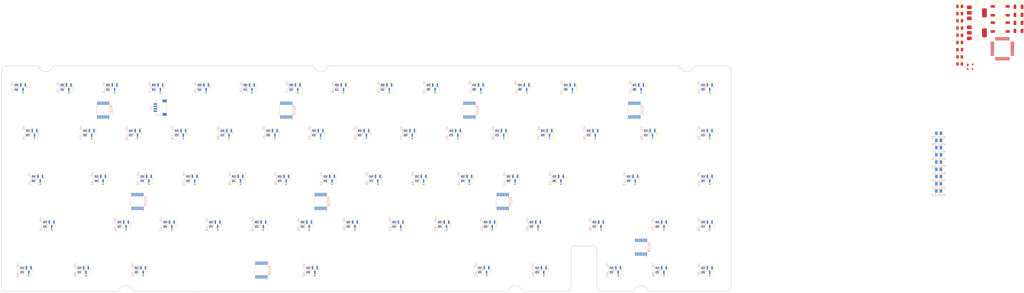
<source format=kicad_pcb>
(kicad_pcb (version 20241229) (generator "pcbnew") (generator_version "9.0")
  (layers (0 "F.Cu" signal) (2 "B.Cu" signal) (13 "F.Paste" user) (15 "B.Paste" user) (5 "F.SilkS" user "F.Silkscreen") (7 "B.SilkS" user "B.Silkscreen") (1 "F.Mask" user) (3 "B.Mask" user) (25 "Edge.Cuts" user))
  (net 0 "")
  (net 1 "+3.3V")
  (net 2 "BOOT0")
  (net 3 "Earth")
  (net 4 "+5V")
  (net 5 "NRST")
  (net 6 "+3.3VA")
  (net 7 "D-")
  (net 8 "D+")
  (net 9 "HE1")
  (net 10 "HE2")
  (net 11 "HE3")
  (net 12 "HE4")
  (net 13 "HE5")
  (net 14 "HE6")
  (net 15 "HE7")
  (net 16 "HE8")
  (net 17 "HE9")
  (net 18 "HE10")
  (net 19 "HE11")
  (net 20 "HE12")
  (net 21 "HE13")
  (net 22 "HE14")
  (net 23 "HE15")
  (net 24 "HE16")
  (net 25 "HE17")
  (net 26 "HE18")
  (net 27 "HE19")
  (net 28 "HE20")
  (net 29 "HE21")
  (net 30 "HE22")
  (net 31 "HE23")
  (net 32 "HE24")
  (net 33 "HE25")
  (net 34 "HE26")
  (net 35 "HE27")
  (net 36 "HE28")
  (net 37 "HE29")
  (net 38 "HE30")
  (net 39 "HE31")
  (net 40 "HE32")
  (net 41 "HE33")
  (net 42 "HE34")
  (net 43 "HE35")
  (net 44 "HE36")
  (net 45 "HE37")
  (net 46 "HE38")
  (net 47 "HE39")
  (net 48 "HE40")
  (net 49 "HE41")
  (net 50 "HE42")
  (net 51 "HE43")
  (net 52 "HE44")
  (net 53 "HE45")
  (net 54 "HE46")
  (net 55 "HE47")
  (net 56 "HE48")
  (net 57 "HE49")
  (net 58 "HE50")
  (net 59 "HE51")
  (net 60 "HE52")
  (net 61 "HE53")
  (net 62 "HE54")
  (net 63 "HE55")
  (net 64 "HE56")
  (net 65 "HE57")
  (net 66 "HE58")
  (net 67 "HE59")
  (net 68 "HE60")
  (net 69 "HE61")
  (net 70 "HE62")
  (net 71 "HE63")
  (net 72 "HE64")
  (net 73 "HE65")
  (net 74 "HE66")
  (net 75 "HE67")
  (net 77 "Select3")
  (net 81 "Select2")
  (net 82 "MUX1")
  (net 83 "Select1")
  (net 89 "MUX2")
  (net 102 "MUX3")
  (net 114 "MUX4")
  (net 117 "MUX5")
  (net 128 "MUX6")
  (net 140 "MUX7")
  (net 147 "MUX8")
  (net 158 "MUX9")
  (net 160 "Net-(R1-Pad2)")
  (net 183 "SWDIO")
  (net 193 "SWCLK")
  (footprint "Capacitor_SMD:C_1206_3216Metric" (layer "F.Cu") (at 493.2 30.3125)
    (property "Reference" "C11")
    (property "Value" "10uF")
  )
  (footprint "PCM_marbastlib-mx:STAB_MX_6.25u" (layer "F.Cu") (at 200.421875 133.35 180)
    (property "Reference" "S4" (hide yes))
    (property "Value" "MX_stab")
  )
  (footprint "Capacitor_SMD:C_0805_2012Metric" (layer "F.Cu") (at 468.75 32.4725)
    (property "Reference" "C4")
    (property "Value" "100nF")
  )
  (footprint "Capacitor_SMD:C_0805_2012Metric" (layer "F.Cu") (at 468.75 26.4525)
    (property "Reference" "C2")
    (property "Value" "100nF")
  )
  (footprint "Capacitor_SMD:C_0805_2012Metric" (layer "F.Cu") (at 468.75 41.5025)
    (property "Reference" "C7")
    (property "Value" "100nF")
  )
  (footprint "PCM_marbastlib-mx:STAB_MX_2.25u" (layer "F.Cu") (at 90.884375 114.3)
    (property "Reference" "S3" (hide yes))
    (property "Value" "MX_stab")
  )
  (footprint "Capacitor_SMD:C_0805_2012Metric" (layer "F.Cu") (at 468.75 38.4925)
    (property "Reference" "C6")
    (property "Value" "100nF")
  )
  (footprint "Package_TO_SOT_SMD:SOT-223-3_TabPin2" (layer "F.Cu") (at 475.9 34.4625)
    (property "Reference" "U3")
    (property "Value" "LD1117S33TR_SOT223")
  )
  (footprint "Capacitor_SMD:C_1206_3216Metric" (layer "F.Cu") (at 493.2 23.6125)
    (property "Reference" "C9")
    (property "Value" "10uF")
  )
  (footprint "PCM_marbastlib-mx:STAB_MX_2u" (layer "F.Cu") (at 336.153125 57.15)
    (property "Reference" "S1" (hide yes))
    (property "Value" "MX_stab")
  )
  (footprint "PCM_marbastlib-mx:STAB_MX_2.25u" (layer "F.Cu") (at 333.771875 95.25)
    (property "Reference" "S2" (hide yes))
    (property "Value" "MX_stab")
  )
  (footprint "Resistor_SMD:R_0805_2012Metric" (layer "F.Cu") (at 468.73 44.4825)
    (property "Reference" "R1")
    (property "Value" "5.1kΩ")
  )
  (footprint "Package_TO_SOT_SMD:SOT-143" (layer "F.Cu") (at 473.1 48.5975)
    (property "Reference" "D1")
    (property "Value" "PRTR5V0U2X")
  )
  (footprint "Package_TO_SOT_SMD:SOT-223-3_TabPin2" (layer "F.Cu") (at 475.9 26.1375)
    (property "Reference" "U2")
    (property "Value" "LD1117S33TR_SOT223")
  )
  (footprint "Capacitor_SMD:C_0805_2012Metric" (layer "F.Cu") (at 468.75 23.4425)
    (property "Reference" "C1")
    (property "Value" "100nF")
  )
  (footprint "Package_QFP:LQFP-48_7x7mm_P0.5mm" (layer "F.Cu") (at 486.5 41.1125)
    (property "Reference" "U1")
    (property "Value" "STM32F072CBTx")
  )
  (footprint "Capacitor_SMD:C_0805_2012Metric" (layer "F.Cu") (at 468.75 35.4825)
    (property "Reference" "C5")
    (property "Value" "100nF")
  )
  (footprint "PCM_marbastlib-various:SW_SPST_SKQG_WithStem" (layer "F.Cu") (at 485.6 25.3125)
    (property "Reference" "BOOT0")
    (property "Value" "SW_SPST")
  )
  (footprint "Capacitor_SMD:C_1206_3216Metric" (layer "F.Cu") (at 493.2 26.9625)
    (property "Reference" "C10")
    (property "Value" "10uF")
  )
  (footprint "Capacitor_SMD:C_1206_3216Metric" (layer "F.Cu") (at 493.2 33.6625)
    (property "Reference" "C12")
    (property "Value" "10uF")
  )
  (footprint "Capacitor_SMD:C_0805_2012Metric" (layer "F.Cu") (at 468.75 29.4625)
    (property "Reference" "C3")
    (property "Value" "100nF")
  )
  (footprint "Resistor_SMD:R_0805_2012Metric" (layer "F.Cu") (at 468.73 47.4325)
    (property "Reference" "R2")
    (property "Value" "5.1kΩ")
  )
  (footprint "PCM_marbastlib-various:SW_SPST_SKQG_WithStem" (layer "F.Cu") (at 485.6 32.0625)
    (property "Reference" "NRST1")
    (property "Value" "SW_SPST")
  )
  (footprint "PCM_marbastlib-xp-he:SW_MX_HE_90deg_1u" (layer "B.Cu") (at 293.290625 114.3)
    (property "Reference" "HE55")
    (property "Value" "SW_MX_HE")
  )
  (footprint "PCM_marbastlib-xp-he:SW_MX_HE_90deg_1u" (layer "B.Cu") (at 271.859375 133.35)
    (property "Reference" "HE63")
    (property "Value" "SW_MX_HE")
  )
  (footprint "PCM_marbastlib-xp-he:SW_MX_HE_90deg_1u" (layer "B.Cu") (at 326.628125 133.35)
    (property "Reference" "HE65")
    (property "Value" "SW_MX_HE")
  )
  (footprint "Capacitor_SMD:C_0805_2012Metric" (layer "B.Cu") (at 219.075 76.2 -90)
    (property "Reference" "HE_C23")
    (property "Value" "100nF")
  )
  (footprint "Capacitor_SMD:C_0805_2012Metric" (layer "B.Cu") (at 228.6 57.15 -90)
    (property "Reference" "HE_C9")
    (property "Value" "100nF")
  )
  (footprint "Capacitor_SMD:C_0805_2012Metric" (layer "B.Cu") (at 292.89375 133.35 -90)
    (property "Reference" "HE_C64")
    (property "Value" "100nF")
  )
  (footprint "PCM_marbastlib-xp-he:SW_MX_HE_90deg_1u" (layer "B.Cu") (at 236.140625 114.3)
    (property "Reference" "HE52")
    (property "Value" "SW_MX_HE")
  )
  (footprint "PCM_marbastlib-xp-he:SW_MX_HE_90deg_1u" (layer "B.Cu") (at 221.853125 76.2)
    (property "Reference" "HE23")
    (property "Value" "SW_MX_HE")
  )
  (footprint "PCM_marbastlib-xp-he:SW_MX_HE_90deg_1u" (layer "B.Cu") (at 333.771875 95.25)
    (property "Reference" "HE43")
    (property "Value" "SW_MX_HE")
  )
  (footprint "Capacitor_SMD:C_0805_2012Metric" (layer "B.Cu") (at 316.70625 114.3 -90)
    (property "Reference" "HE_C56")
    (property "Value" "100nF")
  )
  (footprint "Capacitor_SMD:C_0805_2012Metric" (layer "B.Cu") (at 128.5875 95.25 -90)
    (property "Reference" "HE_C33")
    (property "Value" "100nF")
  )
  (footprint "Capacitor_SMD:C_0805_2012Metric" (layer "B.Cu") (at 102.39375 133.35 -90)
    (property "Reference" "HE_C60")
    (property "Value" "100nF")
  )
  (footprint "Package_SO:TSSOP-16_4.4x5mm_P0.65mm" (layer "B.Cu") (at 178.196875 133.35 90)
    (property "Reference" "MUX9")
    (property "Value" "SN74LV4051A")
  )
  (footprint "PCM_marbastlib-xp-he:SW_MX_HE_90deg_1u" (layer "B.Cu") (at 302.815625 95.25)
    (property "Reference" "HE42")
    (property "Value" "SW_MX_HE")
  )
  (footprint "PCM_marbastlib-xp-he:SW_MX_HE_90deg_1u" (layer "B.Cu") (at 269.478125 57.15)
    (property "Reference" "HE11")
    (property "Value" "SW_MX_HE")
  )
  (footprint "PCM_marbastlib-xp-he:SW_MX_HE_90deg_1u" (layer "B.Cu") (at 207.565625 95.25)
    (property "Reference" "HE37")
    (property "Value" "SW_MX_HE")
  )
  (footprint "Capacitor_SMD:C_0805_2012Metric" (layer "B.Cu") (at 157.1625 114.3 -90)
    (property "Reference" "HE_C48")
    (property "Value" "100nF")
  )
  (footprint "PCM_marbastlib-xp-he:SW_MX_HE_90deg_1u" (layer "B.Cu") (at 307.578125 57.15)
    (property "Reference" "HE13")
    (property "Value" "SW_MX_HE")
  )
  (footprint "Capacitor_SMD:C_0805_2012Metric" (layer "B.Cu") (at 147.6375 95.25 -90)
    (property "Reference" "HE_C34")
    (property "Value" "100nF")
  )
  (footprint "PCM_marbastlib-xp-he:SW_MX_HE_90deg_1u" (layer "B.Cu") (at 212.328125 57.15)
    (property "Reference" "HE8")
    (property "Value" "SW_MX_HE")
  )
  (footprint "Package_SO:TSSOP-16_4.4x5mm_P0.65mm" (layer "B.Cu") (at 264.715625 66.675 90)
    (property "Reference" "MUX3")
    (property "Value" "SN74LV4051A")
  )
  (footprint "PCM_marbastlib-xp-he:SW_MX_HE_90deg_1u" (layer "B.Cu") (at 345.678125 114.3)
    (property "Reference" "HE57")
    (property "Value" "SW_MX_HE")
  )
  (footprint "Capacitor_SMD:C_0805_2012Metric" (layer "B.Cu") (at 459.978125 82.349375)
    (property "Reference" "MUX_C7")
    (property "Value" "100nF")
  )
  (footprint "PCM_marbastlib-xp-he:SW_MX_HE_90deg_1u" (layer "B.Cu") (at 128.984375 133.35)
    (property "Reference" "HE61")
    (property "Value" "SW_MX_HE")
  )
  (footprint "Capacitor_SMD:C_0805_2012Metric" (layer "B.Cu") (at 78.58125 133.35 -90)
    (property "Reference" "HE_C59")
    (property "Value" "100nF")
  )
  (footprint "PCM_marbastlib-xp-he:SW_MX_HE_90deg_1u" (layer "B.Cu") (at 336.153125 57.15)
    (property "Reference" "HE14")
    (property "Value" "SW_MX_HE")
  )
  (footprint "PCM_marbastlib-xp-he:SW_MX_HE_90deg_1u" (layer "B.Cu") (at 245.665625 95.25)
    (property "Reference" "HE39")
    (property "Value" "SW_MX_HE")
  )
  (footprint "Capacitor_SMD:C_0805_2012Metric" (layer "B.Cu") (at 269.08125 133.35 -90)
    (property "Reference" "HE_C63")
    (property "Value" "100nF")
  )
  (footprint "Package_SO:TSSOP-16_4.4x5mm_P0.65mm" (layer "B.Cu") (at 336.153125 123.825 90)
    (property "Reference" "MUX8")
    (property "Value" "SN74LV4051A")
  )
  (footprint "Capacitor_SMD:C_0805_2012Metric" (layer "B.Cu") (at 242.8875 95.25 -90)
    (property "Reference" "HE_C39")
    (property "Value" "100nF")
  )
  (footprint "Capacitor_SMD:C_0805_2012Metric" (layer "B.Cu") (at 233.3625 114.3 -90)
    (property "Reference" "HE_C52")
    (property "Value" "100nF")
  )
  (footprint "Capacitor_SMD:C_0805_2012Metric" (layer "B.Cu") (at 459.978125 85.359375)
    (property "Reference" "MUX_C6")
    (property "Value" "100nF")
  )
  (footprint "Capacitor_SMD:C_0805_2012Metric" (layer "B.Cu") (at 333.375 57.15 -90)
    (property "Reference" "HE_C14")
    (property "Value" "100nF")
  )
  (footprint "Capacitor_SMD:C_0805_2012Metric" (layer "B.Cu") (at 266.7 57.15 -90)
    (property "Reference" "HE_C11")
    (property "Value" "100nF")
  )
  (footprint "Capacitor_SMD:C_0805_2012Metric" (layer "B.Cu") (at 361.95 95.25 -90)
    (property "Reference" "HE_C44")
    (property "Value" "100nF")
  )
  (footprint "Capacitor_SMD:C_0805_2012Metric" (layer "B.Cu") (at 114.3 57.15 -90)
    (property "Reference" "HE_C3")
    (property "Value" "100nF")
  )
  (footprint "Package_SO:TSSOP-16_4.4x5mm_P0.65mm" (layer "B.Cu") (at 278.60625 104.775 90)
    (property "Reference" "MUX7")
    (property "Value" "SN74LV4051A")
  )
  (footprint "Capacitor_SMD:C_0805_2012Metric" (layer "B.Cu") (at 342.9 133.35 -90)
    (property "Reference" "HE_C66")
    (property "Value" "100nF")
  )
  (footprint "Capacitor_SMD:C_0805_2012Metric" (layer "B.Cu") (at 80.9625 76.2 -90)
    (property "Reference" "HE_C16")
    (property "Value" "100nF")
  )
  (footprint "Capacitor_SMD:C_0805_2012Metric" (layer "B.Cu") (at 180.975 76.2 -90)
    (property "Reference" "HE_C21")
    (property "Value" "100nF")
  )
  (footprint "PCM_marbastlib-xp-he:SW_MX_HE_90deg_1u" (layer "B.Cu") (at 364.728125 57.15)
    (property "Reference" "HE15")
    (property "Value" "SW_MX_HE")
  )
  (footprint "PCM_marbastlib-xp-he:SW_MX_HE_90deg_1u" (layer "B.Cu") (at 288.528125 57.15)
    (property "Reference" "HE12")
    (property "Value" "SW_MX_HE")
  )
  (footprint "Connector_JST:JST_SH_SM04B-SRSS-TB_1x04-1MP_P1.00mm_Horizontal" (layer "B.Cu") (at 136.028125 65.654 -90)
    (property "Reference" "J1")
    (property "Value" "Conn_01x04")
  )
  (footprint "Capacitor_SMD:C_0805_2012Metric" (layer "B.Cu") (at 280.9875 95.25 -90)
    (property "Reference" "HE_C41")
    (property "Value" "100nF")
  )
  (footprint "Capacitor_SMD:C_0805_2012Metric" (layer "B.Cu") (at 304.8 57.15 -90)
    (property "Reference" "HE_C13")
    (property "Value" "100nF")
  )
  (footprint "Capacitor_SMD:C_0805_2012Metric" (layer "B.Cu") (at 361.95 76.2 -90)
    (property "Reference" "HE_C30")
    (property "Value" "100nF")
  )
  (footprint "PCM_marbastlib-xp-he:SW_MX_HE_90deg_1u" (layer "B.Cu") (at 121.840625 114.3)
    (property "Reference" "HE46")
    (property "Value" "SW_MX_HE")
  )
  (footprint "PCM_marbastlib-xp-he:SW_MX_HE_90deg_1u" (layer "B.Cu") (at 264.715625 95.25)
    (property "Reference" "HE40")
    (property "Value" "SW_MX_HE")
  )
  (footprint "Capacitor_SMD:C_0805_2012Metric" (layer "B.Cu") (at 361.95 133.35 -90)
    (property "Reference" "HE_C67")
    (property "Value" "100nF")
  )
  (footprint "Capacitor_SMD:C_0805_2012Metric" (layer "B.Cu") (at 361.95 57.15 -90)
    (property "Reference" "HE_C15")
    (property "Value" "100nF")
  )
  (footprint "Capacitor_SMD:C_0805_2012Metric" (layer "B.Cu") (at 138.1125 114.3 -90)
    (property "Reference" "HE_C47")
    (property "Value" "100nF")
  )
  (footprint "PCM_marbastlib-xp-he:SW_MX_HE_90deg_1u" (layer "B.Cu") (at 295.671875 133.35)
    (property "Reference" "HE64")
    (property "Value" "SW_MX_HE")
  )
  (footprint "PCM_marbastlib-xp-he:SW_MX_HE_90deg_1u" (layer "B.Cu") (at 140.890625 114.3)
    (property "Reference" "HE47")
    (property "Value" "SW_MX_HE")
  )
  (footprint "PCM_marbastlib-xp-he:SW_MX_HE_90deg_1u" (layer "B.Cu") (at 155.178125 57.15)
    (property "Reference" "HE5")
    (property "Value" "SW_MX_HE")
  )
  (footprint "PCM_marbastlib-xp-he:SW_MX_HE_90deg_1u" (layer "B.Cu") (at 193.278125 57.15)
    (property "Reference" "HE7")
    (property "Value" "SW_MX_HE")
  )
  (footprint "Capacitor_SMD:C_0805_2012Metric" (layer "B.Cu") (at 200.025 76.2 -90)
    (property "Reference" "HE_C22")
    (property "Value" "100nF")
  )
  (footprint "Capacitor_SMD:C_0805_2012Metric" (layer "B.Cu") (at 314.325 76.2 -90)
    (property "Reference" "HE_C28")
    (property "Value" "100nF")
  )
  (footprint "Capacitor_SMD:C_0805_2012Metric" (layer "B.Cu") (at 459.978125 91.379375)
    (property "Reference" "MUX_C4")
    (property "Value" "100nF")
  )
  (footprint "Package_SO:TSSOP-16_4.4x5mm_P0.65mm" (layer "B.Cu") (at 333.375 66.675 90)
    (property "Reference" "MUX4")
    (property "Value" "SN74LV4051A")
  )
  (footprint "Capacitor_SMD:C_0805_2012Metric" (layer "B.Cu") (at 185.7375 95.25 -90)
    (property "Reference" "HE_C36")
    (property "Value" "100nF")
  )
  (footprint "Capacitor_SMD:C_0805_2012Metric" (layer "B.Cu") (at 195.2625 114.3 -90)
    (property "Reference" "HE_C50")
    (property "Value" "100nF")
  )
  (footprint "PCM_marbastlib-xp-he:SW_MX_HE_90deg_1u" (layer "B.Cu") (at 255.190625 114.3)
    (property "Reference" "HE53")
    (property "Value" "SW_MX_HE")
  )
  (footprint "PCM_marbastlib-xp-he:SW_MX_HE_90deg_1u" (layer "B.Cu") (at 200.421875 133.35)
    (property "Reference" "HE62")
    (property "Value" "SW_MX_HE")
  )
  (footprint "PCM_marbastlib-xp-he:SW_MX_HE_90deg_1u" (layer "B.Cu") (at 117.078125 57.15)
    (property "Reference" "HE3")
    (property "Value" "SW_MX_HE")
  )
  (footprint "PCM_marbastlib-xp-he:SW_MX_HE_90deg_1u" (layer "B.Cu") (at 105.171875 133.35)
    (property "Reference" "HE60")
    (property "Value" "SW_MX_HE")
  )
  (footprint "Capacitor_SMD:C_0805_2012Metric" (layer "B.Cu") (at 247.65 57.15 -90)
    (property "Reference" "HE_C10")
    (property "Value" "100nF")
  )
  (footprint "PCM_marbastlib-xp-he:SW_MX_HE_90deg_1u" (layer "B.Cu") (at 231.378125 57.15)
    (property "Reference" "HE9")
    (property "Value" "SW_MX_HE")
  )
  (footprint "Capacitor_SMD:C_0805_2012Metric" (layer "B.Cu") (at 88.10625 114.3 -90)
    (property "Reference" "HE_C45")
    (property "Value" "100nF")
  )
  (footprint "Capacitor_SMD:C_0805_2012Metric" (layer "B.Cu") (at 214.3125 114.3 -90)
    (property "Reference" "HE_C51")
    (property "Value" "100nF")
  )
  (footprint "PCM_marbastlib-xp-he:SW_MX_HE_90deg_1u" (layer "B.Cu") (at 364.728125 76.2)
    (property "Reference" "HE30")
    (property "Value" "SW_MX_HE")
  )
  (footprint "PCM_marbastlib-xp-he:SW_MX_HE_90deg_1u" (layer "B.Cu") (at 126.603125 76.2)
    (property "Reference" "HE18")
    (property "Value" "SW_MX_HE")
  )
  (footprint "PCM_marbastlib-xp-he:SW_MX_HE_90deg_1u" (layer "B.Cu") (at 317.103125 76.2)
    (property "Reference" "HE28")
    (property "Value" "SW_MX_HE")
  )
  (footprint "Package_SO:TSSOP-16_4.4x5mm_P0.65mm" (layer "B.Cu") (at 202.803125 104.775 90)
    (property "Reference" "MUX6")
    (property "Value" "SN74LV4051A")
  )
  (footprint "Capacitor_SMD:C_0805_2012Metric" (layer "B.Cu") (at 459.978125 100.409375)
    (property "Reference" "MUX_C1")
    (property "Value" "100nF")
  )
  (footprint "Capacitor_SMD:C_0805_2012Metric" (layer "B.Cu") (at 257.175 76.2 -90)
    (property "Reference" "HE_C25")
    (property "Value" "100nF")
  )
  (footprint "PCM_marbastlib-xp-he:SW_MX_HE_90deg_1u" (layer "B.Cu") (at 159.940625 114.3)
    (property "Reference" "HE48")
    (property "Value" "SW_MX_HE")
  )
  (footprint "Capacitor_SMD:C_0805_2012Metric" (layer "B.Cu") (at 83.34375 95.25 -90)
    (property "Reference" "HE_C31")
    (property "Value" "100nF")
  )
  (footprint "Capacitor_SMD:C_0805_2012Metric" (layer "B.Cu") (at 330.99375 95.25 -90)
    (property "Reference" "HE_C43")
    (property "Value" "100nF")
  )
  (footprint "Capacitor_SMD:C_0805_2012Metric" (layer "B.Cu") (at 152.4 57.15 -90)
    (property "Reference" "HE_C5")
    (property "Value" "100nF")
  )
  (footprint "Capacitor_SMD:C_0805_2012Metric" (layer "B.Cu") (at 176.2125 114.3 -90)
    (property "Reference" "HE_C49")
    (property "Value" "100nF")
  )
  (footprint "PCM_marbastlib-xp-he:SW_MX_HE_90deg_1u" (layer "B.Cu") (at 188.515625 95.25)
    (property "Reference" "HE36")
    (property "Value" "SW_MX_HE")
  )
  (footprint "PCM_marbastlib-xp-he:SW_MX_HE_90deg_1u" (layer "B.Cu") (at 202.803125 76.2)
    (property "Reference" "HE22")
    (property "Value" "SW_MX_HE")
  )
  (footprint "Capacitor_SMD:C_0805_2012Metric" (layer "B.Cu") (at 276.225 76.2 -90)
    (property "Reference" "HE_C26")
    (property "Value" "100nF")
  )
  (footprint "PCM_marbastlib-xp-he:SW_MX_HE_90deg_1u" (layer "B.Cu") (at 136.128125 57.15)
    (property "Reference" "HE4")
    (property "Value" "SW_MX_HE")
  )
  (footprint "PCM_marbastlib-xp-he:SW_MX_HE_90deg_1u" (layer "B.Cu") (at 98.028125 57.15)
    (property "Reference" "HE2")
    (property "Value" "SW_MX_HE")
  )
  (footprint "Capacitor_SMD:C_0805_2012Metric" (layer "B.Cu") (at 109.5375 95.25 -90)
    (property "Reference" "HE_C32")
    (property "Value" "100nF")
  )
  (footprint "Capacitor_SMD:C_0805_2012Metric" (layer "B.Cu") (at 76.2 57.15 -90)
    (property "Reference" "HE_C1")
    (property "Value" "100nF")
  )
  (footprint "PCM_marbastlib-xp-he:SW_MX_HE_90deg_1u" (layer "B.Cu") (at 240.903125 76.2)
    (property "Reference" "HE24")
    (property "Value" "SW_MX_HE")
  )
  (footprint "Capacitor_SMD:C_0805_2012Metric" (layer "B.Cu") (at 361.95 114.3 -90)
    (property "Reference" "HE_C58")
    (property "Value" "100nF")
  )
  (footprint "Capacitor_SMD:C_0805_2012Metric" (layer "B.Cu") (at 323.85 133.35 -90)
    (property "Reference" "HE_C65")
    (property "Value" "100nF")
  )
  (footprint "Capacitor_SMD:C_0805_2012Metric" (layer "B.Cu") (at 190.5 57.15 -90)
    (property "Reference" "HE_C7")
    (property "Value" "100nF")
  )
  (footprint "PCM_marbastlib-xp-he:SW_MX_HE_90deg_1u" (layer "B.Cu") (at 78.978125 57.15)
    (property "Reference" "HE1")
    (property "Value" "SW_MX_HE")
  )
  (footprint "PCM_marbastlib-xp-he:SW_MX_HE_90deg_1u" (layer "B.Cu") (at 259.953125 76.2)
    (property "Reference" "HE25")
    (property "Value" "SW_MX_HE")
  )
  (footprint "PCM_marbastlib-xp-he:SW_MX_HE_90deg_1u" (layer "B.Cu") (at 107.553125 76.2)
    (property "Reference" "HE17")
    (property "Value" "SW_MX_HE")
  )
  (footprint "PCM_marbastlib-xp-he:SW_MX_HE_90deg_1u" (layer "B.Cu") (at 274.240625 114.3)
    (property "Reference" "HE54")
    (property "Value" "SW_MX_HE")
  )
  (footprint "PCM_marbastlib-xp-he:SW_MX_HE_90deg_1u" (layer "B.Cu") (at 164.703125 76.2)
    (property "Reference" "HE20")
    (property "Value" "SW_MX_HE")
  )
  (footprint "Capacitor_SMD:C_0805_2012Metric" (layer "B.Cu") (at 271.4625 114.3 -90)
    (property "Reference" "HE_C54")
    (property "Value" "100nF")
  )
  (footprint "PCM_marbastlib-xp-he:SW_MX_HE_90deg_1u" (layer "B.Cu") (at 81.359375 133.35)
    (property "Reference" "HE59")
    (property "Value" "SW_MX_HE")
  )
  (footprint "PCM_marbastlib-xp-he:SW_MX_HE_90deg_1u" (layer "B.Cu") (at 183.753125 76.2)
    (property "Reference" "HE21")
    (property "Value" "SW_MX_HE")
  )
  (footprint "Capacitor_SMD:C_0805_2012Metric" (layer "B.Cu") (at 238.125 76.2 -90)
    (property "Reference" "HE_C24")
    (property "Value" "100nF")
  )
  (footprint "PCM_marbastlib-xp-he:SW_MX_HE_90deg_1u" (layer "B.Cu") (at 364.728125 95.25)
    (property "Reference" "HE44")
    (property "Value" "SW_MX_HE")
  )
  (footprint "PCM_marbastlib-xp-he:SW_MX_HE_90deg_1u" (layer "B.Cu") (at 178.990625 114.3)
    (property "Reference" "HE49")
    (property "Value" "SW_MX_HE")
  )
  (footprint "Capacitor_SMD:C_0805_2012Metric" (layer "B.Cu") (at 300.0375 95.25 -90)
    (property "Reference" "HE_C42")
    (property "Value" "100nF")
  )
  (footprint "Capacitor_SMD:C_0805_2012Metric" (layer "B.Cu") (at 459.978125 94.389375)
    (property "Reference" "MUX_C3")
    (property "Value" "100nF")
  )
  (footprint "PCM_marbastlib-xp-he:SW_MX_HE_90deg_1u" (layer "B.Cu") (at 90.884375 114.3)
    (property "Reference" "HE45")
    (property "Value" "SW_MX_HE")
  )
  (footprint "Capacitor_SMD:C_0805_2012Metric" (layer "B.Cu") (at 95.25 57.15 -90)
    (property "Reference" "HE_C2")
    (property "Value" "100nF")
  )
  (footprint "Capacitor_SMD:C_0805_2012Metric" (layer "B.Cu") (at 161.925 76.2 -90)
    (property "Reference" "HE_C20")
    (property "Value" "100nF")
  )
  (footprint "Capacitor_SMD:C_0805_2012Metric" (layer "B.Cu") (at 166.6875 95.25 -90)
    (property "Reference" "HE_C35")
    (property "Value" "100nF")
  )
  (footprint "PCM_marbastlib-xp-he:SW_MX_HE_90deg_1u" (layer "B.Cu") (at 250.428125 57.15)
    (property "Reference" "HE10")
    (property "Value" "SW_MX_HE")
  )
  (footprint "Capacitor_SMD:C_0805_2012Metric" (layer "B.Cu") (at 285.75 57.15 -90)
    (property "Reference" "HE_C12")
    (property "Value" "100nF")
  )
  (footprint "PCM_marbastlib-xp-he:SW_MX_HE_90deg_1u" (layer "B.Cu") (at 364.728125 114.3)
    (property "Reference" "HE58")
    (property "Value" "SW_MX_HE")
  )
  (footprint "PCM_marbastlib-xp-he:SW_MX_HE_90deg_1u" (layer "B.Cu") (at 83.740625 76.2)
    (property "Reference" "HE16")
    (property "Value" "SW_MX_HE")
  )
  (footprint "Capacitor_SMD:C_0805_2012Metric" (layer "B.Cu") (at 295.275 76.2 -90)
    (property "Reference" "HE_C27")
    (property "Value" "100nF")
  )
  (footprint "Capacitor_SMD:C_0805_2012Metric" (layer "B.Cu") (at 126.20625 133.35 -90)
    (property "Reference" "HE_C61")
    (property "Value" "100nF")
  )
  (footprint "PCM_marbastlib-xp-he:SW_MX_HE_90deg_1u" (layer "B.Cu") (at 174.228125 57.15)
    (property "Reference" "HE6")
    (property "Value" "SW_MX_HE")
  )
  (footprint "PCM_marbastlib-xp-he:SW_MX_HE_90deg_1u" (layer "B.Cu") (at 340.915625 76.2)
    (property "Reference" "HE29")
    (property "Value" "SW_MX_HE")
  )
  (footprint "Capacitor_SMD:C_0805_2012Metric" (layer "B.Cu") (at 119.0625 114.3 -90)
    (property "Reference" "HE_C46")
    (property "Value" "100nF")
  )
  (footprint "Capacitor_SMD:C_0805_2012Metric" (layer "B.Cu") (at 290.5125 114.3 -90)
    (property "Reference" "HE_C55")
    (property "Value" "100nF")
  )
  (footprint "Capacitor_SMD:C_0805_2012Metric" (layer "B.Cu") (at 459.978125 88.369375)
    (property "Reference" "MUX_C5")
    (property "Value" "100nF")
  )
  (footprint "Package_SO:TSSOP-16_4.4x5mm_P0.65mm" (layer "B.Cu") (at 126.603125 104.775 90)
    (property "Reference" "MUX5")
    (property "Value" "SN74LV4051A")
  )
  (footprint "Package_SO:TSSOP-16_4.4x5mm_P0.65mm" (layer "B.Cu") (at 112.315625 66.675 90)
    (property "Reference" "MUX1")
    (property "Value" "SN74LV4051A")
  )
  (footprint "Capacitor_SMD:C_0805_2012Metric" (layer "B.Cu") (at 342.9 114.3 -90)
    (property "Reference" "HE_C57")
    (property "Value" "100nF")
  )
  (footprint "Capacitor_SMD:C_0805_2012Metric" (layer "B.Cu") (at 142.875 76.2 -90)
    (property "Reference" "HE_C19")
    (property "Value" "100nF")
  )
  (footprint "PCM_marbastlib-xp-he:SW_MX_HE_90deg_1u" (layer "B.Cu") (at 279.003125 76.2)
    (property "Reference" "HE26")
    (property "Value" "SW_MX_HE")
  )
  (footprint "PCM_marbastlib-xp-he:SW_MX_HE_90deg_1u" (layer "B.Cu") (at 226.615625 95.25)
    (property "Reference" "HE38")
    (property "Value" "SW_MX_HE")
  )
  (footprint "Capacitor_SMD:C_0805_2012Metric" (layer "B.Cu") (at 223.8375 95.25 -90)
    (property "Reference" "HE_C38")
    (property "Value" "100nF")
  )
  (footprint "Capacitor_SMD:C_0805_2012Metric" (layer "B.Cu") (at 209.55 57.15 -90)
    (property "Reference" "HE_C8")
    (property "Value" "100nF")
  )
  (footprint "PCM_marbastlib-xp-he:SW_MX_HE_90deg_1u" (layer "B.Cu") (at 131.365625 95.25)
    (property "Reference" "HE33")
    (property "Value" "SW_MX_HE")
  )
  (footprint "PCM_marbastlib-xp-he:SW_MX_HE_90deg_1u" (layer "B.Cu") (at 145.653125 76.2)
    (property "Reference" "HE19")
    (property "Value" "SW_MX_HE")
  )
  (footprint "Package_SO:TSSOP-16_4.4x5mm_P0.65mm" (layer "B.Cu") (at 188.515625 66.675 90)
    (property "Reference" "MUX2")
    (property "Value" "SN74LV4051A")
  )
  (footprint "Capacitor_SMD:C_0805_2012Metric" (layer "B.Cu") (at 459.978125 97.399375)
    (property "Reference" "MUX_C2")
    (property "Value" "100nF")
  )
  (footprint "PCM_marbastlib-xp-he:SW_MX_HE_90deg_1u" (layer "B.Cu") (at 112.315625 95.25)
    (property "Reference" "HE32")
    (property "Value" "SW_MX_HE")
  )
  (footprint "Capacitor_SMD:C_0805_2012Metric" (layer "B.Cu") (at 338.1375 76.2 -90)
    (property "Reference" "HE_C29")
    (property "Value" "100nF")
  )
  (footprint "Capacitor_SMD:C_0805_2012Metric" (layer "B.Cu") (at 123.825 76.2 -90)
    (property "Reference" "HE_C18")
    (property "Value" "100nF")
  )
  (footprint "PCM_marbastlib-xp-he:SW_MX_HE_90deg_1u" (layer "B.Cu") (at 345.678125 133.35)
    (property "Reference" "HE66")
    (property "Value" "SW_MX_HE")
  )
  (footprint "Capacitor_SMD:C_0805_2012Metric" (layer "B.Cu") (at 459.978125 79.339375)
    (property "Reference" "MUX_C8")
    (property "Value" "100nF")
  )
  (footprint "PCM_marbastlib-xp-he:SW_MX_HE_90deg_1u" (layer "B.Cu") (at 86.121875 95.25)
    (property "Reference" "HE31")
    (property "Value" "SW_MX_HE")
  )
  (footprint "PCM_marbastlib-xp-he:SW_MX_HE_90deg_1u" (layer "B.Cu") (at 364.728125 133.35)
    (property "Reference" "HE67")
    (property "Value" "SW_MX_HE")
  )
  (footprint "PCM_marbastlib-xp-he:SW_MX_HE_90deg_1u" (layer "B.Cu") (at 150.415625 95.25)
    (property "Reference" "HE34")
    (property "Value" "SW_MX_HE")
  )
  (footprint "Capacitor_SMD:C_0805_2012Metric" (layer "B.Cu") (at 252.4125 114.3 -90)
    (property "Reference" "HE_C53")
    (property "Value" "100nF")
  )
  (footprint "PCM_marbastlib-xp-he:SW_MX_HE_90deg_1u" (layer "B.Cu") (at 217.090625 114.3)
    (property "Reference" "HE51")
    (property "Value" "SW_MX_HE")
  )
  (footprint "Capacitor_SMD:C_0805_2012Metric" (layer "B.Cu") (at 104.775 76.2 -90)
    (property "Reference" "HE_C17")
    (property "Value" "100nF")
  )
  (footprint "Capacitor_SMD:C_0805_2012Metric" (layer "B.Cu") (at 133.35 57.15 -90)
    (property "Reference" "HE_C4")
    (property "Value" "100nF")
  )
  (footprint "Capacitor_SMD:C_0805_2012Metric" (layer "B.Cu") (at 204.7875 95.25 -90)
    (property "Reference" "HE_C37")
    (property "Value" "100nF")
  )
  (footprint "Capacitor_SMD:C_0805_2012Metric" (layer "B.Cu") (at 171.45 57.15 -90)
    (property "Reference" "HE_C6")
    (property "Value" "100nF")
  )
  (footprint "Capacitor_SMD:C_0805_2012Metric" (layer "B.Cu") (at 459.978125 76.329375)
    (property "Reference" "MUX_C9")
    (property "Value" "100nF")
  )
  (footprint "PCM_marbastlib-xp-he:SW_MX_HE_90deg_1u" (layer "B.Cu") (at 169.465625 95.25)
    (property "Reference" "HE35")
    (property "Value" "SW_MX_HE")
  )
  (footprint "PCM_marbastlib-xp-he:SW_MX_HE_90deg_1u" (layer "B.Cu") (at 319.484375 114.3)
    (property "Reference" "HE56")
    (property "Value" "SW_MX_HE")
  )
  (footprint "Capacitor_SMD:C_0805_2012Metric" (layer "B.Cu") (at 261.9375 95.25 -90)
    (property "Reference" "HE_C40")
    (property "Value" "100nF")
  )
  (footprint "PCM_marbastlib-xp-he:SW_MX_HE_90deg_1u" (layer "B.Cu") (at 198.040625 114.3)
    (property "Reference" "HE50")
    (property "Value" "SW_MX_HE")
  )
  (footprint "PCM_marbastlib-xp-he:SW_MX_HE_90deg_1u" (layer "B.Cu") (at 298.053125 76.2)
    (property "Reference" "HE27")
    (property "Value" "SW_MX_HE")
  )
  (footprint "PCM_marbastlib-xp-he:SW_MX_HE_90deg_1u" (layer "B.Cu") (at 283.765625 95.25)
    (property "Reference" "HE41")
    (property "Value" "SW_MX_HE")
  )
  (footprint "Capacitor_SMD:C_0805_2012Metric" (layer "B.Cu") (at 197.64375 133.35 -90)
    (property "Reference" "HE_C62")
    (property "Value" "100nF")
  )
  (gr_line (start 371.478125 142.35) (end 340.27623 142.35) (stroke (width 0.2)) (layer "Edge.Cuts"))
  (gr_line (start 117.717519 142.35) (end 72.228125 142.35) (stroke (width 0.2)) (layer "Edge.Cuts"))
  (gr_line (start 308.303125 123.3) (end 316.378125 123.3) (stroke (width 0.2)) (layer "Edge.Cuts"))
  (gr_arc (start 205.596196 48.956452) (mid 206.148517 48.367364) (end 206.92623 48.15) (stroke (width 0.2)) (layer "Edge.Cuts"))
  (gr_arc (start 333.360054 141.543548) (mid 336.153125 139.85) (end 338.946196 141.543549) (stroke (width 0.2)) (layer "Edge.Cuts"))
  (gr_arc (start 351.080019 48.15) (mid 351.857735 48.367359) (end 352.410053 48.956452) (stroke (width 0.2)) (layer "Edge.Cuts"))
  (gr_arc (start 287.888731 142.35) (mid 287.111015 142.132641) (end 286.558696 141.543549) (stroke (width 0.2)) (layer "Edge.Cuts"))
  (gr_arc (start 373.728125 140.1) (mid 373.069115 141.69099) (end 371.478125 142.35) (stroke (width 0.2)) (layer "Edge.Cuts"))
  (gr_arc (start 340.276231 142.35) (mid 339.498515 142.132641) (end 338.946196 141.543549) (stroke (width 0.2)) (layer "Edge.Cuts"))
  (gr_arc (start 333.360053 141.543548) (mid 332.807732 142.132636) (end 332.030019 142.35) (stroke (width 0.2)) (layer "Edge.Cuts"))
  (gr_arc (start 280.972553 141.543548) (mid 280.420232 142.132636) (end 279.642519 142.35) (stroke (width 0.2)) (layer "Edge.Cuts"))
  (gr_arc (start 198.680019 48.15) (mid 199.457735 48.367359) (end 200.010053 48.956452) (stroke (width 0.2)) (layer "Edge.Cuts"))
  (gr_line (start 332.030019 142.35) (end 319.878125 142.35) (stroke (width 0.2)) (layer "Edge.Cuts"))
  (gr_arc (start 69.978125 50.4) (mid 70.637135 48.80901) (end 72.228125 48.15) (stroke (width 0.2)) (layer "Edge.Cuts"))
  (gr_arc (start 91.296197 48.956452) (mid 88.503125 50.650001) (end 85.710053 48.956452) (stroke (width 0.2)) (layer "Edge.Cuts"))
  (gr_line (start 198.680019 48.15) (end 92.62623 48.15) (stroke (width 0.2)) (layer "Edge.Cuts"))
  (gr_arc (start 280.972554 141.543548) (mid 283.765625 139.85) (end 286.558696 141.543549) (stroke (width 0.2)) (layer "Edge.Cuts"))
  (gr_arc (start 125.963731 142.35) (mid 125.186015 142.132641) (end 124.633696 141.543549) (stroke (width 0.2)) (layer "Edge.Cuts"))
  (gr_line (start 69.978125 140.1) (end 69.978125 50.4) (stroke (width 0.2)) (layer "Edge.Cuts"))
  (gr_line (start 371.478125 48.15) (end 359.32623 48.15) (stroke (width 0.2)) (layer "Edge.Cuts"))
  (gr_line (start 279.642519 142.35) (end 125.96373 142.35) (stroke (width 0.2)) (layer "Edge.Cuts"))
  (gr_line (start 351.080019 48.15) (end 206.92623 48.15) (stroke (width 0.2)) (layer "Edge.Cuts"))
  (gr_arc (start 357.996197 48.956452) (mid 355.203125 50.650001) (end 352.410053 48.956452) (stroke (width 0.2)) (layer "Edge.Cuts"))
  (gr_arc (start 72.228125 142.35) (mid 70.637135 141.69099) (end 69.978125 140.1) (stroke (width 0.2)) (layer "Edge.Cuts"))
  (gr_arc (start 357.996196 48.956452) (mid 358.548517 48.367364) (end 359.32623 48.15) (stroke (width 0.2)) (layer "Edge.Cuts"))
  (gr_arc (start 371.478125 48.15) (mid 373.069115 48.80901) (end 373.728125 50.4) (stroke (width 0.2)) (layer "Edge.Cuts"))
  (gr_arc (start 307.053125 140.1) (mid 306.394115 141.69099) (end 304.803125 142.35) (stroke (width 0.2)) (layer "Edge.Cuts"))
  (gr_arc (start 119.047554 141.543548) (mid 121.840625 139.85) (end 124.633696 141.543549) (stroke (width 0.2)) (layer "Edge.Cuts"))
  (gr_line (start 304.803125 142.35) (end 287.88873 142.35) (stroke (width 0.2)) (layer "Edge.Cuts"))
  (gr_arc (start 307.053125 124.55) (mid 307.419242 123.666117) (end 308.303125 123.3) (stroke (width 0.2)) (layer "Edge.Cuts"))
  (gr_arc (start 316.378125 123.3) (mid 317.262008 123.666117) (end 317.628125 124.55) (stroke (width 0.2)) (layer "Edge.Cuts"))
  (gr_arc (start 319.878125 142.35) (mid 318.287135 141.69099) (end 317.628125 140.1) (stroke (width 0.2)) (layer "Edge.Cuts"))
  (gr_line (start 373.728125 140.1) (end 373.728125 50.4) (stroke (width 0.2)) (layer "Edge.Cuts"))
  (gr_line (start 84.380019 48.15) (end 72.228125 48.15) (stroke (width 0.2)) (layer "Edge.Cuts"))
  (gr_line (start 307.053125 124.55) (end 307.053125 140.1) (stroke (width 0.2)) (layer "Edge.Cuts"))
  (gr_arc (start 205.596197 48.956452) (mid 202.803125 50.650001) (end 200.010053 48.956452) (stroke (width 0.2)) (layer "Edge.Cuts"))
  (gr_arc (start 91.296196 48.956452) (mid 91.848517 48.367364) (end 92.62623 48.15) (stroke (width 0.2)) (layer "Edge.Cuts"))
  (gr_line (start 317.628125 124.55) (end 317.628125 140.1) (stroke (width 0.2)) (layer "Edge.Cuts"))
  (gr_arc (start 84.380019 48.15) (mid 85.157735 48.367359) (end 85.710053 48.956452) (stroke (width 0.2)) (layer "Edge.Cuts"))
  (gr_arc (start 119.047553 141.543548) (mid 118.495232 142.132636) (end 117.717519 142.35) (stroke (width 0.2)) (layer "Edge.Cuts"))
)
</source>
